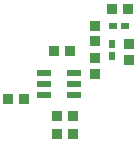
<source format=gtp>
G04*
G04 #@! TF.GenerationSoftware,Altium Limited,Altium Designer,20.1.12 (249)*
G04*
G04 Layer_Color=8421504*
%FSLAX44Y44*%
%MOMM*%
G71*
G04*
G04 #@! TF.SameCoordinates,1844C3CC-A0EC-40E1-9444-F8D5987F7045*
G04*
G04*
G04 #@! TF.FilePolarity,Positive*
G04*
G01*
G75*
%ADD12R,0.9400X0.8300*%
%ADD13R,0.6000X0.8000*%
%ADD14R,0.8000X0.6000*%
%ADD15R,0.8300X0.9400*%
%ADD16R,1.2000X0.6000*%
D12*
X157750Y116850D02*
D03*
Y103650D02*
D03*
X157743Y76108D02*
D03*
Y89307D02*
D03*
X187235Y101350D02*
D03*
Y88150D02*
D03*
D13*
X172493Y101250D02*
D03*
Y91250D02*
D03*
D14*
X173493Y116292D02*
D03*
X183493D02*
D03*
D15*
X123400Y95000D02*
D03*
X136600D02*
D03*
X139100Y25065D02*
D03*
X125900D02*
D03*
X139100Y40507D02*
D03*
X125900D02*
D03*
X84607Y55000D02*
D03*
X97808D02*
D03*
X172642Y131035D02*
D03*
X185842D02*
D03*
D16*
X140000Y58000D02*
D03*
Y67500D02*
D03*
Y77000D02*
D03*
X115000D02*
D03*
Y67500D02*
D03*
Y58000D02*
D03*
M02*

</source>
